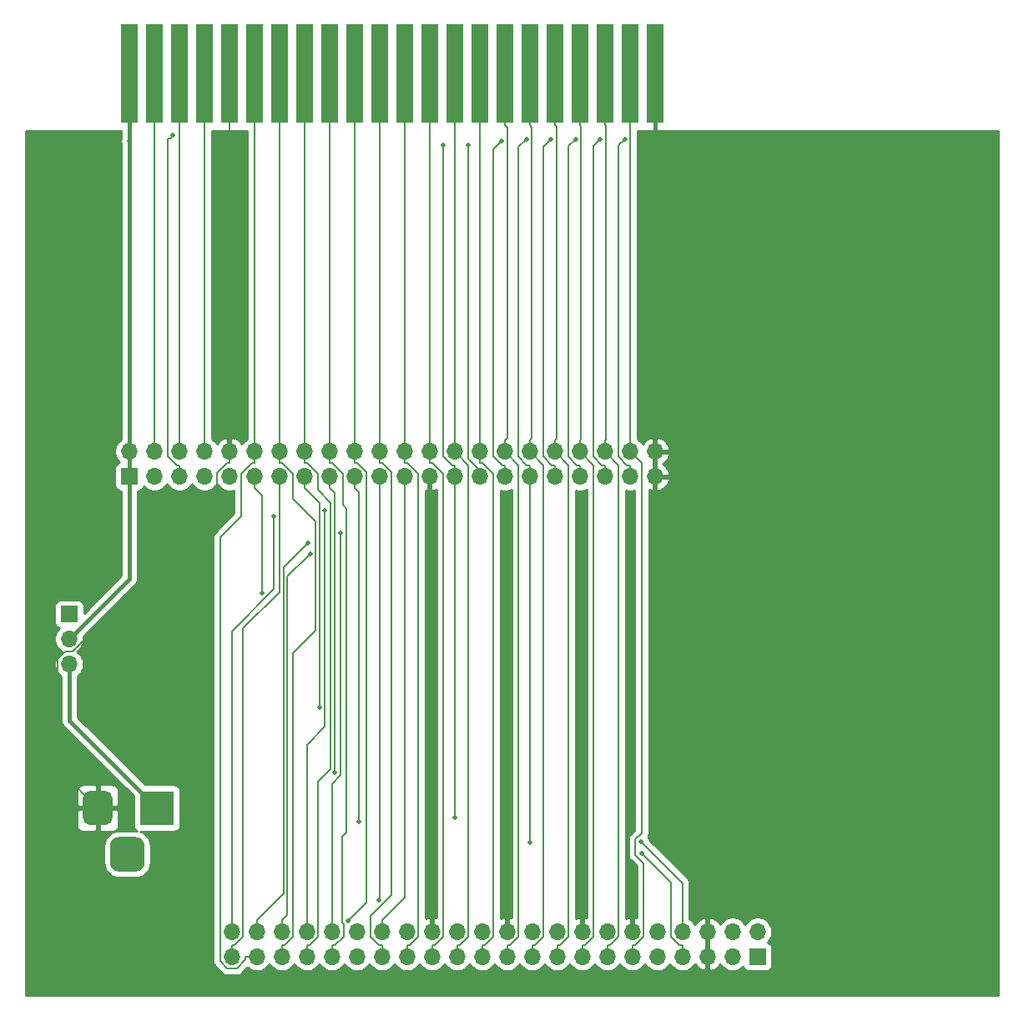
<source format=gtl>
G04 #@! TF.GenerationSoftware,KiCad,Pcbnew,(5.1.9)-1*
G04 #@! TF.CreationDate,2022-05-23T16:02:46+09:00*
G04 #@! TF.ProjectId,mz-2000,6d7a2d32-3030-4302-9e6b-696361645f70,rev?*
G04 #@! TF.SameCoordinates,PX2faf080PY93d1cc0*
G04 #@! TF.FileFunction,Copper,L1,Top*
G04 #@! TF.FilePolarity,Positive*
%FSLAX46Y46*%
G04 Gerber Fmt 4.6, Leading zero omitted, Abs format (unit mm)*
G04 Created by KiCad (PCBNEW (5.1.9)-1) date 2022-05-23 16:02:47*
%MOMM*%
%LPD*%
G01*
G04 APERTURE LIST*
G04 #@! TA.AperFunction,ConnectorPad*
%ADD10R,1.780000X10.000000*%
G04 #@! TD*
G04 #@! TA.AperFunction,ComponentPad*
%ADD11O,1.700000X1.700000*%
G04 #@! TD*
G04 #@! TA.AperFunction,ComponentPad*
%ADD12R,1.700000X1.700000*%
G04 #@! TD*
G04 #@! TA.AperFunction,ComponentPad*
%ADD13R,3.500000X3.500000*%
G04 #@! TD*
G04 #@! TA.AperFunction,ViaPad*
%ADD14C,0.500000*%
G04 #@! TD*
G04 #@! TA.AperFunction,Conductor*
%ADD15C,0.400000*%
G04 #@! TD*
G04 #@! TA.AperFunction,Conductor*
%ADD16C,0.200000*%
G04 #@! TD*
G04 #@! TA.AperFunction,Conductor*
%ADD17C,0.254000*%
G04 #@! TD*
G04 #@! TA.AperFunction,Conductor*
%ADD18C,0.100000*%
G04 #@! TD*
G04 APERTURE END LIST*
D10*
X11176000Y94270000D03*
X13716000Y94270000D03*
X16256000Y94270000D03*
X18796000Y94270000D03*
X21336000Y94270000D03*
X23876000Y94270000D03*
X26416000Y94270000D03*
X28956000Y94270000D03*
X31496000Y94270000D03*
X34036000Y94270000D03*
X36576000Y94270000D03*
X39116000Y94270000D03*
X41656000Y94270000D03*
X44196000Y94270000D03*
X46736000Y94270000D03*
X49276000Y94270000D03*
X51816000Y94270000D03*
X54356000Y94270000D03*
X56896000Y94270000D03*
X59436000Y94270000D03*
X61976000Y94270000D03*
X64516000Y94270000D03*
D11*
X64516000Y55880000D03*
X64516000Y53340000D03*
X61976000Y55880000D03*
X61976000Y53340000D03*
X59436000Y55880000D03*
X59436000Y53340000D03*
X56896000Y55880000D03*
X56896000Y53340000D03*
X54356000Y55880000D03*
X54356000Y53340000D03*
X51816000Y55880000D03*
X51816000Y53340000D03*
X49276000Y55880000D03*
X49276000Y53340000D03*
X46736000Y55880000D03*
X46736000Y53340000D03*
X44196000Y55880000D03*
X44196000Y53340000D03*
X41656000Y55880000D03*
X41656000Y53340000D03*
X39116000Y55880000D03*
X39116000Y53340000D03*
X36576000Y55880000D03*
X36576000Y53340000D03*
X34036000Y55880000D03*
X34036000Y53340000D03*
X31496000Y55880000D03*
X31496000Y53340000D03*
X28956000Y55880000D03*
X28956000Y53340000D03*
X26416000Y55880000D03*
X26416000Y53340000D03*
X23876000Y55880000D03*
X23876000Y53340000D03*
X21336000Y55880000D03*
X21336000Y53340000D03*
X18796000Y55880000D03*
X18796000Y53340000D03*
X16256000Y55880000D03*
X16256000Y53340000D03*
X13716000Y55880000D03*
X13716000Y53340000D03*
X11176000Y55880000D03*
D12*
X11176000Y53340000D03*
D13*
X13970000Y19685000D03*
G04 #@! TA.AperFunction,ComponentPad*
G36*
G01*
X6470000Y18685000D02*
X6470000Y20685000D01*
G75*
G02*
X7220000Y21435000I750000J0D01*
G01*
X8720000Y21435000D01*
G75*
G02*
X9470000Y20685000I0J-750000D01*
G01*
X9470000Y18685000D01*
G75*
G02*
X8720000Y17935000I-750000J0D01*
G01*
X7220000Y17935000D01*
G75*
G02*
X6470000Y18685000I0J750000D01*
G01*
G37*
G04 #@! TD.AperFunction*
G04 #@! TA.AperFunction,ComponentPad*
G36*
G01*
X9220000Y14110000D02*
X9220000Y15860000D01*
G75*
G02*
X10095000Y16735000I875000J0D01*
G01*
X11845000Y16735000D01*
G75*
G02*
X12720000Y15860000I0J-875000D01*
G01*
X12720000Y14110000D01*
G75*
G02*
X11845000Y13235000I-875000J0D01*
G01*
X10095000Y13235000D01*
G75*
G02*
X9220000Y14110000I0J875000D01*
G01*
G37*
G04 #@! TD.AperFunction*
D12*
X74910000Y4596000D03*
D11*
X74910000Y7136000D03*
X72370000Y4596000D03*
X72370000Y7136000D03*
X69830000Y4596000D03*
X69830000Y7136000D03*
X67290000Y4596000D03*
X67290000Y7136000D03*
X64750000Y4596000D03*
X64750000Y7136000D03*
X62210000Y4596000D03*
X62210000Y7136000D03*
X59670000Y4596000D03*
X59670000Y7136000D03*
X57130000Y4596000D03*
X57130000Y7136000D03*
X54590000Y4596000D03*
X54590000Y7136000D03*
X52050000Y4596000D03*
X52050000Y7136000D03*
X49510000Y4596000D03*
X49510000Y7136000D03*
X46970000Y4596000D03*
X46970000Y7136000D03*
X44430000Y4596000D03*
X44430000Y7136000D03*
X41890000Y4596000D03*
X41890000Y7136000D03*
X39350000Y4596000D03*
X39350000Y7136000D03*
X36810000Y4596000D03*
X36810000Y7136000D03*
X34270000Y4596000D03*
X34270000Y7136000D03*
X31730000Y4596000D03*
X31730000Y7136000D03*
X29190000Y4596000D03*
X29190000Y7136000D03*
X26650000Y4596000D03*
X26650000Y7136000D03*
X24110000Y4596000D03*
X24110000Y7136000D03*
X21570000Y4596000D03*
X21570000Y7136000D03*
D12*
X5080000Y39370000D03*
D11*
X5080000Y36830000D03*
X5080000Y34290000D03*
D14*
X11176000Y87376000D03*
X64516000Y87376000D03*
X33347400Y8217100D03*
X63179000Y15055100D03*
X15621000Y87947500D03*
X63082100Y16261000D03*
X24653000Y41515500D03*
X30468300Y29868000D03*
X34455400Y18260900D03*
X36472500Y10372900D03*
X44196000Y18680300D03*
X42988300Y86995000D03*
X45545700Y86995000D03*
X31034200Y49872600D03*
X48977500Y87400100D03*
X51470100Y87567400D03*
X51816000Y16140300D03*
X25849800Y49316100D03*
X53962700Y87579500D03*
X32625200Y47554900D03*
X56455300Y87579500D03*
X29278000Y46574800D03*
X58947900Y87579500D03*
X29517500Y45451400D03*
X61440500Y87579500D03*
X31988100Y23268200D03*
D15*
X11176000Y55880000D02*
X11176000Y87376000D01*
X11176000Y53340000D02*
X11176000Y55880000D01*
X11176000Y87376000D02*
X11176000Y94270000D01*
X5080000Y36830000D02*
X11176000Y42926000D01*
X11176000Y42926000D02*
X11176000Y53340000D01*
D16*
X21336000Y55880000D02*
X21336000Y54729700D01*
X21336000Y55880000D02*
X21336000Y88969700D01*
X7970000Y19685000D02*
X3864200Y23790800D01*
X3864200Y23790800D02*
X3864200Y34776100D01*
X3864200Y34776100D02*
X4648100Y35560000D01*
X4648100Y35560000D02*
X5440300Y35560000D01*
X5440300Y35560000D02*
X20066000Y50185700D01*
X20066000Y50185700D02*
X20066000Y53698100D01*
X20066000Y53698100D02*
X21097600Y54729700D01*
X21097600Y54729700D02*
X21336000Y54729700D01*
X21336000Y94270000D02*
X21336000Y88969700D01*
X69830000Y7136000D02*
X69830000Y4596000D01*
D15*
X64516000Y87376000D02*
X64516000Y87249000D01*
X64516000Y94270000D02*
X64516000Y87376000D01*
D16*
X13716000Y55880000D02*
X13716000Y94270000D01*
X16256000Y55880000D02*
X16256000Y94270000D01*
X18796000Y55880000D02*
X18796000Y94270000D01*
X23876000Y55880000D02*
X23876000Y54729700D01*
X24110000Y4596000D02*
X22959700Y4596000D01*
X22959700Y4596000D02*
X22959700Y4308400D01*
X22959700Y4308400D02*
X22081400Y3430100D01*
X22081400Y3430100D02*
X21105000Y3430100D01*
X21105000Y3430100D02*
X20391500Y4143600D01*
X20391500Y4143600D02*
X20391500Y47164600D01*
X20391500Y47164600D02*
X22526400Y49299500D01*
X22526400Y49299500D02*
X22526400Y53618500D01*
X22526400Y53618500D02*
X23637600Y54729700D01*
X23637600Y54729700D02*
X23876000Y54729700D01*
X23876000Y94270000D02*
X23876000Y55880000D01*
X26416000Y55880000D02*
X26416000Y54729700D01*
X26650000Y4596000D02*
X26650000Y5746300D01*
X26650000Y5746300D02*
X26937700Y5746300D01*
X26937700Y5746300D02*
X27800300Y6608900D01*
X27800300Y6608900D02*
X27800300Y35437800D01*
X27800300Y35437800D02*
X30067900Y37705400D01*
X30067900Y37705400D02*
X30067900Y48743800D01*
X30067900Y48743800D02*
X27765600Y51046100D01*
X27765600Y51046100D02*
X27765600Y53618400D01*
X27765600Y53618400D02*
X26654300Y54729700D01*
X26654300Y54729700D02*
X26416000Y54729700D01*
X26416000Y55880000D02*
X26416000Y88969700D01*
X26416000Y94270000D02*
X26416000Y88969700D01*
X28956000Y55880000D02*
X28956000Y54729700D01*
X29190000Y4596000D02*
X29190000Y5746300D01*
X29190000Y5746300D02*
X29477700Y5746300D01*
X29477700Y5746300D02*
X30340300Y6608900D01*
X30340300Y6608900D02*
X30340300Y22398800D01*
X30340300Y22398800D02*
X31587700Y23646200D01*
X31587700Y23646200D02*
X31587700Y50672500D01*
X31587700Y50672500D02*
X30305600Y51954600D01*
X30305600Y51954600D02*
X30305600Y53618400D01*
X30305600Y53618400D02*
X29194300Y54729700D01*
X29194300Y54729700D02*
X28956000Y54729700D01*
X28956000Y94270000D02*
X28956000Y55880000D01*
X31730000Y5746300D02*
X32017600Y5746300D01*
X32017600Y5746300D02*
X32918000Y6646700D01*
X32918000Y6646700D02*
X32918000Y7866600D01*
X32918000Y7866600D02*
X32739200Y8045400D01*
X32739200Y8045400D02*
X32739200Y16757000D01*
X32739200Y16757000D02*
X33203000Y17220800D01*
X33203000Y17220800D02*
X33203000Y50078400D01*
X33203000Y50078400D02*
X32845600Y50435800D01*
X32845600Y50435800D02*
X32845600Y53618400D01*
X32845600Y53618400D02*
X31734300Y54729700D01*
X31734300Y54729700D02*
X31496000Y54729700D01*
X31496000Y55880000D02*
X31496000Y54729700D01*
X31730000Y4596000D02*
X31730000Y5746300D01*
X31496000Y55880000D02*
X31496000Y88969700D01*
X31496000Y94270000D02*
X31496000Y88969700D01*
X34036000Y55880000D02*
X34036000Y54729700D01*
X33347400Y8217100D02*
X35213300Y10083000D01*
X35213300Y10083000D02*
X35213300Y53790700D01*
X35213300Y53790700D02*
X34274300Y54729700D01*
X34274300Y54729700D02*
X34036000Y54729700D01*
X34036000Y94270000D02*
X34036000Y55880000D01*
X36810000Y5746300D02*
X36522400Y5746300D01*
X36522400Y5746300D02*
X35620900Y6647800D01*
X35620900Y6647800D02*
X35620900Y8707200D01*
X35620900Y8707200D02*
X37756900Y10843200D01*
X37756900Y10843200D02*
X37756900Y53787100D01*
X37756900Y53787100D02*
X36814300Y54729700D01*
X36814300Y54729700D02*
X36576000Y54729700D01*
X36576000Y55880000D02*
X36576000Y54729700D01*
X36810000Y4596000D02*
X36810000Y5746300D01*
X36576000Y88969700D02*
X36576000Y55880000D01*
X36576000Y94270000D02*
X36576000Y88969700D01*
X39116000Y55880000D02*
X39116000Y54729700D01*
X39350000Y4596000D02*
X39350000Y5746300D01*
X39350000Y5746300D02*
X39637600Y5746300D01*
X39637600Y5746300D02*
X40505600Y6614300D01*
X40505600Y6614300D02*
X40505600Y53578400D01*
X40505600Y53578400D02*
X39354300Y54729700D01*
X39354300Y54729700D02*
X39116000Y54729700D01*
X39116000Y94270000D02*
X39116000Y55880000D01*
X41656000Y55880000D02*
X41656000Y54729700D01*
X41890000Y4596000D02*
X41890000Y5746300D01*
X41890000Y5746300D02*
X42177600Y5746300D01*
X42177600Y5746300D02*
X43045600Y6614300D01*
X43045600Y6614300D02*
X43045600Y53578400D01*
X43045600Y53578400D02*
X41894300Y54729700D01*
X41894300Y54729700D02*
X41656000Y54729700D01*
X41656000Y55880000D02*
X41656000Y94270000D01*
X44196000Y55880000D02*
X44196000Y88969700D01*
X44430000Y5746300D02*
X44717600Y5746300D01*
X44717600Y5746300D02*
X45585600Y6614300D01*
X45585600Y6614300D02*
X45585600Y54490400D01*
X45585600Y54490400D02*
X44196000Y55880000D01*
X44196000Y94270000D02*
X44196000Y88969700D01*
X44430000Y4596000D02*
X44430000Y5746300D01*
X46736000Y55880000D02*
X46736000Y88969700D01*
X46736000Y55880000D02*
X46736000Y54729700D01*
X46970000Y5746300D02*
X47257600Y5746300D01*
X47257600Y5746300D02*
X48125600Y6614300D01*
X48125600Y6614300D02*
X48125600Y53578400D01*
X48125600Y53578400D02*
X46974300Y54729700D01*
X46974300Y54729700D02*
X46736000Y54729700D01*
X46736000Y94270000D02*
X46736000Y88969700D01*
X46970000Y4596000D02*
X46970000Y5746300D01*
X49276000Y55880000D02*
X49276000Y57030300D01*
X49276000Y57030300D02*
X49527800Y57282100D01*
X49527800Y57282100D02*
X49527800Y88717900D01*
X49527800Y88717900D02*
X49276000Y88969700D01*
X49510000Y5746300D02*
X49797600Y5746300D01*
X49797600Y5746300D02*
X50665600Y6614300D01*
X50665600Y6614300D02*
X50665600Y54490400D01*
X50665600Y54490400D02*
X49276000Y55880000D01*
X49276000Y94270000D02*
X49276000Y88969700D01*
X49510000Y4596000D02*
X49510000Y5746300D01*
X51816000Y55880000D02*
X51816000Y57030300D01*
X51816000Y57030300D02*
X52020400Y57234700D01*
X52020400Y57234700D02*
X52020400Y88765300D01*
X52020400Y88765300D02*
X51816000Y88969700D01*
X52050000Y5746300D02*
X52337600Y5746300D01*
X52337600Y5746300D02*
X53205600Y6614300D01*
X53205600Y6614300D02*
X53205600Y54490400D01*
X53205600Y54490400D02*
X51816000Y55880000D01*
X51816000Y94270000D02*
X51816000Y88969700D01*
X52050000Y4596000D02*
X52050000Y5746300D01*
X54356000Y94270000D02*
X54356000Y88969700D01*
X54356000Y55880000D02*
X54356000Y57030300D01*
X54356000Y57030300D02*
X54513000Y57187300D01*
X54513000Y57187300D02*
X54513000Y88812700D01*
X54513000Y88812700D02*
X54356000Y88969700D01*
X54590000Y4596000D02*
X54590000Y5746300D01*
X54590000Y5746300D02*
X54877600Y5746300D01*
X54877600Y5746300D02*
X55745600Y6614300D01*
X55745600Y6614300D02*
X55745600Y54490400D01*
X55745600Y54490400D02*
X54356000Y55880000D01*
X56896000Y94270000D02*
X56896000Y88969700D01*
X56896000Y55880000D02*
X56896000Y57030300D01*
X56896000Y57030300D02*
X57005600Y57139900D01*
X57005600Y57139900D02*
X57005600Y88860100D01*
X57005600Y88860100D02*
X56896000Y88969700D01*
X57130000Y4596000D02*
X57130000Y5746300D01*
X57130000Y5746300D02*
X57417600Y5746300D01*
X57417600Y5746300D02*
X58285600Y6614300D01*
X58285600Y6614300D02*
X58285600Y54490400D01*
X58285600Y54490400D02*
X56896000Y55880000D01*
X59670000Y4596000D02*
X59670000Y5746300D01*
X59670000Y5746300D02*
X59957600Y5746300D01*
X59957600Y5746300D02*
X60825600Y6614300D01*
X60825600Y6614300D02*
X60825600Y54490400D01*
X60825600Y54490400D02*
X59436000Y55880000D01*
X59436000Y94270000D02*
X59436000Y88969700D01*
X59436000Y55880000D02*
X59436000Y57030300D01*
X59436000Y57030300D02*
X59498200Y57092500D01*
X59498200Y57092500D02*
X59498200Y88907500D01*
X59498200Y88907500D02*
X59436000Y88969700D01*
X61976000Y55880000D02*
X63152700Y54703300D01*
X63152700Y54703300D02*
X63152700Y17109800D01*
X63152700Y17109800D02*
X62531800Y16488900D01*
X62531800Y16488900D02*
X62531800Y14924100D01*
X62531800Y14924100D02*
X63365600Y14090300D01*
X63365600Y14090300D02*
X63365600Y6614300D01*
X63365600Y6614300D02*
X62497600Y5746300D01*
X62497600Y5746300D02*
X62210000Y5746300D01*
X61976000Y55880000D02*
X61976000Y57030300D01*
X61976000Y57030300D02*
X61990800Y57045100D01*
X61990800Y57045100D02*
X61990800Y88954900D01*
X61990800Y88954900D02*
X61976000Y88969700D01*
X61976000Y94270000D02*
X61976000Y88969700D01*
X62210000Y4596000D02*
X62210000Y5746300D01*
X67290000Y4596000D02*
X67290000Y5746300D01*
X67290000Y5746300D02*
X67002300Y5746300D01*
X67002300Y5746300D02*
X66139700Y6608900D01*
X66139700Y6608900D02*
X66139700Y12094400D01*
X66139700Y12094400D02*
X63179000Y15055100D01*
X15088600Y55370100D02*
X15088600Y87630000D01*
X15968400Y54490300D02*
X15088600Y55370100D01*
X16256000Y54490300D02*
X15968400Y54490300D01*
X16256000Y53340000D02*
X16256000Y54490300D01*
X15088600Y87630000D02*
X15303500Y87630000D01*
X15303500Y87630000D02*
X15621000Y87947500D01*
X15621000Y87947500D02*
X15621000Y87947500D01*
X67290000Y7136000D02*
X67290000Y12053100D01*
X67290000Y12053100D02*
X63082100Y16261000D01*
X23876000Y53340000D02*
X23876000Y52189700D01*
X24653000Y41515500D02*
X24653000Y51412700D01*
X24653000Y51412700D02*
X23876000Y52189700D01*
X21570000Y5746300D02*
X21857700Y5746300D01*
X21857700Y5746300D02*
X22720300Y6608900D01*
X22720300Y6608900D02*
X22720300Y37901400D01*
X22720300Y37901400D02*
X26416000Y41597100D01*
X26416000Y41597100D02*
X26416000Y52189700D01*
X26416000Y53340000D02*
X26416000Y52189700D01*
X21570000Y4596000D02*
X21570000Y5746300D01*
X30468300Y29868000D02*
X30468300Y50677400D01*
X30468300Y50677400D02*
X28956000Y52189700D01*
X28956000Y53340000D02*
X28956000Y52189700D01*
X34455400Y18260900D02*
X34455400Y51770300D01*
X34455400Y51770300D02*
X34036000Y52189700D01*
X34036000Y53340000D02*
X34036000Y52189700D01*
X36472500Y10372900D02*
X36576000Y10476400D01*
X36576000Y10476400D02*
X36576000Y53340000D01*
X36810000Y7136000D02*
X36810000Y8286300D01*
X36810000Y8286300D02*
X39116000Y10592300D01*
X39116000Y10592300D02*
X39116000Y52189700D01*
X39116000Y53340000D02*
X39116000Y52189700D01*
X44196000Y18680300D02*
X44196000Y53340000D01*
X42988300Y55410400D02*
X42988300Y86995000D01*
X43908400Y54490300D02*
X42988300Y55410400D01*
X44196000Y54490300D02*
X43908400Y54490300D01*
X44196000Y53340000D02*
X44196000Y54490300D01*
X42988300Y86995000D02*
X42988300Y86995000D01*
X45545700Y55096600D02*
X45545700Y86995000D01*
X46736000Y53906300D02*
X45545700Y55096600D01*
X46736000Y53340000D02*
X46736000Y53906300D01*
X45545700Y86995000D02*
X45545700Y86995000D01*
X29190000Y8286300D02*
X29190000Y26099000D01*
X29190000Y26099000D02*
X31034200Y27943200D01*
X31034200Y27943200D02*
X31034200Y49872600D01*
X29190000Y7136000D02*
X29190000Y8286300D01*
X49276000Y53340000D02*
X49276000Y54490300D01*
X49276000Y54490300D02*
X48988400Y54490300D01*
X48988400Y54490300D02*
X48123600Y55355100D01*
X48123600Y55355100D02*
X48123600Y86546200D01*
X48123600Y86546200D02*
X48977500Y87400100D01*
X51816000Y53340000D02*
X51816000Y54490300D01*
X51816000Y54490300D02*
X51524000Y54490300D01*
X51524000Y54490300D02*
X50661500Y55352800D01*
X50661500Y55352800D02*
X50661500Y86758800D01*
X50661500Y86758800D02*
X51470100Y87567400D01*
X51816000Y16140300D02*
X51816000Y53340000D01*
X21570000Y7136000D02*
X21570000Y37600200D01*
X21570000Y37600200D02*
X25849800Y41880000D01*
X25849800Y41880000D02*
X25849800Y49316100D01*
X54356000Y53340000D02*
X54356000Y54490300D01*
X54356000Y54490300D02*
X54064000Y54490300D01*
X54064000Y54490300D02*
X53195600Y55358700D01*
X53195600Y55358700D02*
X53195600Y86812400D01*
X53195600Y86812400D02*
X53962700Y87579500D01*
X31730000Y7136000D02*
X31730000Y22116200D01*
X31730000Y22116200D02*
X32625200Y23011400D01*
X32625200Y23011400D02*
X32625200Y47554900D01*
X56896000Y53340000D02*
X56896000Y54490300D01*
X56896000Y54490300D02*
X56604000Y54490300D01*
X56604000Y54490300D02*
X55729700Y55364600D01*
X55729700Y55364600D02*
X55729700Y86853900D01*
X55729700Y86853900D02*
X56455300Y87579500D01*
X24110000Y8286300D02*
X26816400Y10992700D01*
X26816400Y10992700D02*
X26816400Y44113200D01*
X26816400Y44113200D02*
X29278000Y46574800D01*
X24110000Y7136000D02*
X24110000Y8286300D01*
X59436000Y53340000D02*
X59436000Y54490300D01*
X59436000Y54490300D02*
X59144000Y54490300D01*
X59144000Y54490300D02*
X58263700Y55370600D01*
X58263700Y55370600D02*
X58263700Y86895300D01*
X58263700Y86895300D02*
X58947900Y87579500D01*
X26650000Y8286300D02*
X27216800Y8853100D01*
X27216800Y8853100D02*
X27216800Y43150700D01*
X27216800Y43150700D02*
X29517500Y45451400D01*
X26650000Y7136000D02*
X26650000Y8286300D01*
X61976000Y53340000D02*
X61976000Y54490300D01*
X61976000Y54490300D02*
X61684000Y54490300D01*
X61684000Y54490300D02*
X60797800Y55376500D01*
X60797800Y55376500D02*
X60797800Y86936800D01*
X60797800Y86936800D02*
X61440500Y87579500D01*
X31988100Y23268200D02*
X31988100Y51697600D01*
X31988100Y51697600D02*
X31496000Y52189700D01*
X31496000Y53340000D02*
X31496000Y52189700D01*
D15*
X5080000Y34290000D02*
X5080000Y28575000D01*
X5080000Y28575000D02*
X13970000Y19685000D01*
D17*
X10341000Y87672749D02*
X10325010Y87634145D01*
X10291000Y87463165D01*
X10291000Y87288835D01*
X10325010Y87117855D01*
X10341001Y87079249D01*
X10341000Y57108065D01*
X10229368Y57033475D01*
X10022525Y56826632D01*
X9860010Y56583411D01*
X9748068Y56313158D01*
X9691000Y56026260D01*
X9691000Y55733740D01*
X9748068Y55446842D01*
X9860010Y55176589D01*
X10022525Y54933368D01*
X10154380Y54801513D01*
X10081820Y54779502D01*
X9971506Y54720537D01*
X9874815Y54641185D01*
X9795463Y54544494D01*
X9736498Y54434180D01*
X9700188Y54314482D01*
X9687928Y54190000D01*
X9687928Y52490000D01*
X9700188Y52365518D01*
X9736498Y52245820D01*
X9795463Y52135506D01*
X9874815Y52038815D01*
X9971506Y51959463D01*
X10081820Y51900498D01*
X10201518Y51864188D01*
X10326000Y51851928D01*
X10341001Y51851928D01*
X10341000Y43271869D01*
X6568072Y39498940D01*
X6568072Y40220000D01*
X6555812Y40344482D01*
X6519502Y40464180D01*
X6460537Y40574494D01*
X6381185Y40671185D01*
X6284494Y40750537D01*
X6174180Y40809502D01*
X6054482Y40845812D01*
X5930000Y40858072D01*
X4230000Y40858072D01*
X4105518Y40845812D01*
X3985820Y40809502D01*
X3875506Y40750537D01*
X3778815Y40671185D01*
X3699463Y40574494D01*
X3640498Y40464180D01*
X3604188Y40344482D01*
X3591928Y40220000D01*
X3591928Y38520000D01*
X3604188Y38395518D01*
X3640498Y38275820D01*
X3699463Y38165506D01*
X3778815Y38068815D01*
X3875506Y37989463D01*
X3985820Y37930498D01*
X4058380Y37908487D01*
X3926525Y37776632D01*
X3764010Y37533411D01*
X3652068Y37263158D01*
X3595000Y36976260D01*
X3595000Y36683740D01*
X3652068Y36396842D01*
X3764010Y36126589D01*
X3926525Y35883368D01*
X4133368Y35676525D01*
X4307760Y35560000D01*
X4133368Y35443475D01*
X3926525Y35236632D01*
X3764010Y34993411D01*
X3652068Y34723158D01*
X3595000Y34436260D01*
X3595000Y34143740D01*
X3652068Y33856842D01*
X3764010Y33586589D01*
X3926525Y33343368D01*
X4133368Y33136525D01*
X4245000Y33061935D01*
X4245001Y28616028D01*
X4240960Y28575000D01*
X4257082Y28411312D01*
X4304828Y28253914D01*
X4304829Y28253913D01*
X4382365Y28108854D01*
X4486710Y27981709D01*
X4518574Y27955559D01*
X11581928Y20892203D01*
X11581928Y17935000D01*
X11594188Y17810518D01*
X11630498Y17690820D01*
X11689463Y17580506D01*
X11768815Y17483815D01*
X11865506Y17404463D01*
X11942131Y17363506D01*
X11845000Y17373072D01*
X10095000Y17373072D01*
X9799814Y17343999D01*
X9515972Y17257896D01*
X9254382Y17118073D01*
X9025097Y16929903D01*
X8836927Y16700618D01*
X8697104Y16439028D01*
X8611001Y16155186D01*
X8581928Y15860000D01*
X8581928Y14110000D01*
X8611001Y13814814D01*
X8697104Y13530972D01*
X8836927Y13269382D01*
X9025097Y13040097D01*
X9254382Y12851927D01*
X9515972Y12712104D01*
X9799814Y12626001D01*
X10095000Y12596928D01*
X11845000Y12596928D01*
X12140186Y12626001D01*
X12424028Y12712104D01*
X12685618Y12851927D01*
X12914903Y13040097D01*
X13103073Y13269382D01*
X13242896Y13530972D01*
X13328999Y13814814D01*
X13358072Y14110000D01*
X13358072Y15860000D01*
X13328999Y16155186D01*
X13242896Y16439028D01*
X13103073Y16700618D01*
X12914903Y16929903D01*
X12685618Y17118073D01*
X12424028Y17257896D01*
X12295357Y17296928D01*
X15720000Y17296928D01*
X15844482Y17309188D01*
X15964180Y17345498D01*
X16074494Y17404463D01*
X16171185Y17483815D01*
X16250537Y17580506D01*
X16309502Y17690820D01*
X16345812Y17810518D01*
X16358072Y17935000D01*
X16358072Y21435000D01*
X16345812Y21559482D01*
X16309502Y21679180D01*
X16250537Y21789494D01*
X16171185Y21886185D01*
X16074494Y21965537D01*
X15964180Y22024502D01*
X15844482Y22060812D01*
X15720000Y22073072D01*
X12762797Y22073072D01*
X5915000Y28920867D01*
X5915000Y33061935D01*
X6026632Y33136525D01*
X6233475Y33343368D01*
X6395990Y33586589D01*
X6507932Y33856842D01*
X6565000Y34143740D01*
X6565000Y34436260D01*
X6507932Y34723158D01*
X6395990Y34993411D01*
X6233475Y35236632D01*
X6026632Y35443475D01*
X5852240Y35560000D01*
X6026632Y35676525D01*
X6233475Y35883368D01*
X6395990Y36126589D01*
X6507932Y36396842D01*
X6565000Y36683740D01*
X6565000Y36976260D01*
X6538807Y37107940D01*
X11737433Y42306564D01*
X11769291Y42332709D01*
X11797015Y42366490D01*
X11873636Y42459854D01*
X11951172Y42604913D01*
X11998918Y42762311D01*
X12015040Y42926000D01*
X12011000Y42967018D01*
X12011000Y51851928D01*
X12026000Y51851928D01*
X12150482Y51864188D01*
X12270180Y51900498D01*
X12380494Y51959463D01*
X12477185Y52038815D01*
X12556537Y52135506D01*
X12615502Y52245820D01*
X12637513Y52318380D01*
X12769368Y52186525D01*
X13012589Y52024010D01*
X13282842Y51912068D01*
X13569740Y51855000D01*
X13862260Y51855000D01*
X14149158Y51912068D01*
X14419411Y52024010D01*
X14662632Y52186525D01*
X14869475Y52393368D01*
X14986000Y52567760D01*
X15102525Y52393368D01*
X15309368Y52186525D01*
X15552589Y52024010D01*
X15822842Y51912068D01*
X16109740Y51855000D01*
X16402260Y51855000D01*
X16689158Y51912068D01*
X16959411Y52024010D01*
X17202632Y52186525D01*
X17409475Y52393368D01*
X17526000Y52567760D01*
X17642525Y52393368D01*
X17849368Y52186525D01*
X18092589Y52024010D01*
X18362842Y51912068D01*
X18649740Y51855000D01*
X18942260Y51855000D01*
X19229158Y51912068D01*
X19499411Y52024010D01*
X19742632Y52186525D01*
X19949475Y52393368D01*
X20066000Y52567760D01*
X20182525Y52393368D01*
X20389368Y52186525D01*
X20632589Y52024010D01*
X20902842Y51912068D01*
X21189740Y51855000D01*
X21482260Y51855000D01*
X21769158Y51912068D01*
X21791401Y51921281D01*
X21791400Y49603947D01*
X19897308Y47709854D01*
X19869263Y47686838D01*
X19777414Y47574920D01*
X19720123Y47467735D01*
X19709164Y47447233D01*
X19667135Y47308685D01*
X19652944Y47164600D01*
X19656501Y47128485D01*
X19656500Y4179705D01*
X19652944Y4143600D01*
X19664550Y4025766D01*
X19667135Y3999516D01*
X19709163Y3860968D01*
X19777413Y3733281D01*
X19869262Y3621363D01*
X19897308Y3598346D01*
X20559746Y2935907D01*
X20582762Y2907862D01*
X20694680Y2816013D01*
X20822367Y2747763D01*
X20960915Y2705735D01*
X21068895Y2695100D01*
X21068904Y2695100D01*
X21104999Y2691545D01*
X21141094Y2695100D01*
X22045295Y2695100D01*
X22081400Y2691544D01*
X22117505Y2695100D01*
X22225485Y2705735D01*
X22364033Y2747763D01*
X22491720Y2816013D01*
X22603638Y2907862D01*
X22626658Y2935912D01*
X23148320Y3457573D01*
X23163368Y3442525D01*
X23406589Y3280010D01*
X23676842Y3168068D01*
X23963740Y3111000D01*
X24256260Y3111000D01*
X24543158Y3168068D01*
X24813411Y3280010D01*
X25056632Y3442525D01*
X25263475Y3649368D01*
X25380000Y3823760D01*
X25496525Y3649368D01*
X25703368Y3442525D01*
X25946589Y3280010D01*
X26216842Y3168068D01*
X26503740Y3111000D01*
X26796260Y3111000D01*
X27083158Y3168068D01*
X27353411Y3280010D01*
X27596632Y3442525D01*
X27803475Y3649368D01*
X27920000Y3823760D01*
X28036525Y3649368D01*
X28243368Y3442525D01*
X28486589Y3280010D01*
X28756842Y3168068D01*
X29043740Y3111000D01*
X29336260Y3111000D01*
X29623158Y3168068D01*
X29893411Y3280010D01*
X30136632Y3442525D01*
X30343475Y3649368D01*
X30460000Y3823760D01*
X30576525Y3649368D01*
X30783368Y3442525D01*
X31026589Y3280010D01*
X31296842Y3168068D01*
X31583740Y3111000D01*
X31876260Y3111000D01*
X32163158Y3168068D01*
X32433411Y3280010D01*
X32676632Y3442525D01*
X32883475Y3649368D01*
X33000000Y3823760D01*
X33116525Y3649368D01*
X33323368Y3442525D01*
X33566589Y3280010D01*
X33836842Y3168068D01*
X34123740Y3111000D01*
X34416260Y3111000D01*
X34703158Y3168068D01*
X34973411Y3280010D01*
X35216632Y3442525D01*
X35423475Y3649368D01*
X35540000Y3823760D01*
X35656525Y3649368D01*
X35863368Y3442525D01*
X36106589Y3280010D01*
X36376842Y3168068D01*
X36663740Y3111000D01*
X36956260Y3111000D01*
X37243158Y3168068D01*
X37513411Y3280010D01*
X37756632Y3442525D01*
X37963475Y3649368D01*
X38080000Y3823760D01*
X38196525Y3649368D01*
X38403368Y3442525D01*
X38646589Y3280010D01*
X38916842Y3168068D01*
X39203740Y3111000D01*
X39496260Y3111000D01*
X39783158Y3168068D01*
X40053411Y3280010D01*
X40296632Y3442525D01*
X40503475Y3649368D01*
X40620000Y3823760D01*
X40736525Y3649368D01*
X40943368Y3442525D01*
X41186589Y3280010D01*
X41456842Y3168068D01*
X41743740Y3111000D01*
X42036260Y3111000D01*
X42323158Y3168068D01*
X42593411Y3280010D01*
X42836632Y3442525D01*
X43043475Y3649368D01*
X43160000Y3823760D01*
X43276525Y3649368D01*
X43483368Y3442525D01*
X43726589Y3280010D01*
X43996842Y3168068D01*
X44283740Y3111000D01*
X44576260Y3111000D01*
X44863158Y3168068D01*
X45133411Y3280010D01*
X45376632Y3442525D01*
X45583475Y3649368D01*
X45700000Y3823760D01*
X45816525Y3649368D01*
X46023368Y3442525D01*
X46266589Y3280010D01*
X46536842Y3168068D01*
X46823740Y3111000D01*
X47116260Y3111000D01*
X47403158Y3168068D01*
X47673411Y3280010D01*
X47916632Y3442525D01*
X48123475Y3649368D01*
X48240000Y3823760D01*
X48356525Y3649368D01*
X48563368Y3442525D01*
X48806589Y3280010D01*
X49076842Y3168068D01*
X49363740Y3111000D01*
X49656260Y3111000D01*
X49943158Y3168068D01*
X50213411Y3280010D01*
X50456632Y3442525D01*
X50663475Y3649368D01*
X50780000Y3823760D01*
X50896525Y3649368D01*
X51103368Y3442525D01*
X51346589Y3280010D01*
X51616842Y3168068D01*
X51903740Y3111000D01*
X52196260Y3111000D01*
X52483158Y3168068D01*
X52753411Y3280010D01*
X52996632Y3442525D01*
X53203475Y3649368D01*
X53320000Y3823760D01*
X53436525Y3649368D01*
X53643368Y3442525D01*
X53886589Y3280010D01*
X54156842Y3168068D01*
X54443740Y3111000D01*
X54736260Y3111000D01*
X55023158Y3168068D01*
X55293411Y3280010D01*
X55536632Y3442525D01*
X55743475Y3649368D01*
X55860000Y3823760D01*
X55976525Y3649368D01*
X56183368Y3442525D01*
X56426589Y3280010D01*
X56696842Y3168068D01*
X56983740Y3111000D01*
X57276260Y3111000D01*
X57563158Y3168068D01*
X57833411Y3280010D01*
X58076632Y3442525D01*
X58283475Y3649368D01*
X58400000Y3823760D01*
X58516525Y3649368D01*
X58723368Y3442525D01*
X58966589Y3280010D01*
X59236842Y3168068D01*
X59523740Y3111000D01*
X59816260Y3111000D01*
X60103158Y3168068D01*
X60373411Y3280010D01*
X60616632Y3442525D01*
X60823475Y3649368D01*
X60940000Y3823760D01*
X61056525Y3649368D01*
X61263368Y3442525D01*
X61506589Y3280010D01*
X61776842Y3168068D01*
X62063740Y3111000D01*
X62356260Y3111000D01*
X62643158Y3168068D01*
X62913411Y3280010D01*
X63156632Y3442525D01*
X63363475Y3649368D01*
X63480000Y3823760D01*
X63596525Y3649368D01*
X63803368Y3442525D01*
X64046589Y3280010D01*
X64316842Y3168068D01*
X64603740Y3111000D01*
X64896260Y3111000D01*
X65183158Y3168068D01*
X65453411Y3280010D01*
X65696632Y3442525D01*
X65903475Y3649368D01*
X66020000Y3823760D01*
X66136525Y3649368D01*
X66343368Y3442525D01*
X66586589Y3280010D01*
X66856842Y3168068D01*
X67143740Y3111000D01*
X67436260Y3111000D01*
X67723158Y3168068D01*
X67993411Y3280010D01*
X68236632Y3442525D01*
X68443475Y3649368D01*
X68565195Y3831534D01*
X68634822Y3714645D01*
X68829731Y3498412D01*
X69063080Y3324359D01*
X69325901Y3199175D01*
X69473110Y3154524D01*
X69703000Y3275845D01*
X69703000Y4469000D01*
X69683000Y4469000D01*
X69683000Y4723000D01*
X69703000Y4723000D01*
X69703000Y7009000D01*
X69683000Y7009000D01*
X69683000Y7263000D01*
X69703000Y7263000D01*
X69703000Y8456155D01*
X69957000Y8456155D01*
X69957000Y7263000D01*
X69977000Y7263000D01*
X69977000Y7009000D01*
X69957000Y7009000D01*
X69957000Y4723000D01*
X69977000Y4723000D01*
X69977000Y4469000D01*
X69957000Y4469000D01*
X69957000Y3275845D01*
X70186890Y3154524D01*
X70334099Y3199175D01*
X70596920Y3324359D01*
X70830269Y3498412D01*
X71025178Y3714645D01*
X71094805Y3831534D01*
X71216525Y3649368D01*
X71423368Y3442525D01*
X71666589Y3280010D01*
X71936842Y3168068D01*
X72223740Y3111000D01*
X72516260Y3111000D01*
X72803158Y3168068D01*
X73073411Y3280010D01*
X73316632Y3442525D01*
X73448487Y3574380D01*
X73470498Y3501820D01*
X73529463Y3391506D01*
X73608815Y3294815D01*
X73705506Y3215463D01*
X73815820Y3156498D01*
X73935518Y3120188D01*
X74060000Y3107928D01*
X75760000Y3107928D01*
X75884482Y3120188D01*
X76004180Y3156498D01*
X76114494Y3215463D01*
X76211185Y3294815D01*
X76290537Y3391506D01*
X76349502Y3501820D01*
X76385812Y3621518D01*
X76398072Y3746000D01*
X76398072Y5446000D01*
X76385812Y5570482D01*
X76349502Y5690180D01*
X76290537Y5800494D01*
X76211185Y5897185D01*
X76114494Y5976537D01*
X76004180Y6035502D01*
X75931620Y6057513D01*
X76063475Y6189368D01*
X76225990Y6432589D01*
X76337932Y6702842D01*
X76395000Y6989740D01*
X76395000Y7282260D01*
X76337932Y7569158D01*
X76225990Y7839411D01*
X76063475Y8082632D01*
X75856632Y8289475D01*
X75613411Y8451990D01*
X75343158Y8563932D01*
X75056260Y8621000D01*
X74763740Y8621000D01*
X74476842Y8563932D01*
X74206589Y8451990D01*
X73963368Y8289475D01*
X73756525Y8082632D01*
X73640000Y7908240D01*
X73523475Y8082632D01*
X73316632Y8289475D01*
X73073411Y8451990D01*
X72803158Y8563932D01*
X72516260Y8621000D01*
X72223740Y8621000D01*
X71936842Y8563932D01*
X71666589Y8451990D01*
X71423368Y8289475D01*
X71216525Y8082632D01*
X71094805Y7900466D01*
X71025178Y8017355D01*
X70830269Y8233588D01*
X70596920Y8407641D01*
X70334099Y8532825D01*
X70186890Y8577476D01*
X69957000Y8456155D01*
X69703000Y8456155D01*
X69473110Y8577476D01*
X69325901Y8532825D01*
X69063080Y8407641D01*
X68829731Y8233588D01*
X68634822Y8017355D01*
X68565195Y7900466D01*
X68443475Y8082632D01*
X68236632Y8289475D01*
X68025000Y8430883D01*
X68025000Y12017006D01*
X68028555Y12053101D01*
X68025000Y12089196D01*
X68025000Y12089205D01*
X68014365Y12197185D01*
X67972337Y12335733D01*
X67904087Y12463420D01*
X67812238Y12575338D01*
X67784193Y12598354D01*
X63950394Y16432152D01*
X63933090Y16519145D01*
X63866377Y16680205D01*
X63805324Y16771577D01*
X63835037Y16827167D01*
X63877065Y16965715D01*
X63887700Y17073695D01*
X63887700Y17073704D01*
X63891255Y17109799D01*
X63887700Y17145894D01*
X63887700Y52002333D01*
X64011901Y51943175D01*
X64159110Y51898524D01*
X64389000Y52019845D01*
X64389000Y53213000D01*
X64643000Y53213000D01*
X64643000Y52019845D01*
X64872890Y51898524D01*
X65020099Y51943175D01*
X65282920Y52068359D01*
X65516269Y52242412D01*
X65711178Y52458645D01*
X65860157Y52708748D01*
X65957481Y52983109D01*
X65836814Y53213000D01*
X64643000Y53213000D01*
X64389000Y53213000D01*
X64369000Y53213000D01*
X64369000Y53467000D01*
X64389000Y53467000D01*
X64389000Y55753000D01*
X64643000Y55753000D01*
X64643000Y53467000D01*
X65836814Y53467000D01*
X65957481Y53696891D01*
X65860157Y53971252D01*
X65711178Y54221355D01*
X65516269Y54437588D01*
X65285120Y54610000D01*
X65516269Y54782412D01*
X65711178Y54998645D01*
X65860157Y55248748D01*
X65957481Y55523109D01*
X65836814Y55753000D01*
X64643000Y55753000D01*
X64389000Y55753000D01*
X64369000Y55753000D01*
X64369000Y56007000D01*
X64389000Y56007000D01*
X64389000Y57200155D01*
X64643000Y57200155D01*
X64643000Y56007000D01*
X65836814Y56007000D01*
X65957481Y56236891D01*
X65860157Y56511252D01*
X65711178Y56761355D01*
X65516269Y56977588D01*
X65282920Y57151641D01*
X65020099Y57276825D01*
X64872890Y57321476D01*
X64643000Y57200155D01*
X64389000Y57200155D01*
X64159110Y57321476D01*
X64011901Y57276825D01*
X63749080Y57151641D01*
X63515731Y56977588D01*
X63320822Y56761355D01*
X63251195Y56644466D01*
X63129475Y56826632D01*
X62922632Y57033475D01*
X62725800Y57164994D01*
X62725800Y88373000D01*
X99340001Y88373000D01*
X99340000Y660000D01*
X660000Y660000D01*
X660000Y17935000D01*
X5831928Y17935000D01*
X5844188Y17810518D01*
X5880498Y17690820D01*
X5939463Y17580506D01*
X6018815Y17483815D01*
X6115506Y17404463D01*
X6225820Y17345498D01*
X6345518Y17309188D01*
X6470000Y17296928D01*
X7684250Y17300000D01*
X7843000Y17458750D01*
X7843000Y19558000D01*
X8097000Y19558000D01*
X8097000Y17458750D01*
X8255750Y17300000D01*
X9470000Y17296928D01*
X9594482Y17309188D01*
X9714180Y17345498D01*
X9824494Y17404463D01*
X9921185Y17483815D01*
X10000537Y17580506D01*
X10059502Y17690820D01*
X10095812Y17810518D01*
X10108072Y17935000D01*
X10105000Y19399250D01*
X9946250Y19558000D01*
X8097000Y19558000D01*
X7843000Y19558000D01*
X5993750Y19558000D01*
X5835000Y19399250D01*
X5831928Y17935000D01*
X660000Y17935000D01*
X660000Y21435000D01*
X5831928Y21435000D01*
X5835000Y19970750D01*
X5993750Y19812000D01*
X7843000Y19812000D01*
X7843000Y21911250D01*
X8097000Y21911250D01*
X8097000Y19812000D01*
X9946250Y19812000D01*
X10105000Y19970750D01*
X10108072Y21435000D01*
X10095812Y21559482D01*
X10059502Y21679180D01*
X10000537Y21789494D01*
X9921185Y21886185D01*
X9824494Y21965537D01*
X9714180Y22024502D01*
X9594482Y22060812D01*
X9470000Y22073072D01*
X8255750Y22070000D01*
X8097000Y21911250D01*
X7843000Y21911250D01*
X7684250Y22070000D01*
X6470000Y22073072D01*
X6345518Y22060812D01*
X6225820Y22024502D01*
X6115506Y21965537D01*
X6018815Y21886185D01*
X5939463Y21789494D01*
X5880498Y21679180D01*
X5844188Y21559482D01*
X5831928Y21435000D01*
X660000Y21435000D01*
X660000Y88373000D01*
X10341000Y88373000D01*
X10341000Y87672749D01*
G04 #@! TA.AperFunction,Conductor*
D18*
G36*
X10341000Y87672749D02*
G01*
X10325010Y87634145D01*
X10291000Y87463165D01*
X10291000Y87288835D01*
X10325010Y87117855D01*
X10341001Y87079249D01*
X10341000Y57108065D01*
X10229368Y57033475D01*
X10022525Y56826632D01*
X9860010Y56583411D01*
X9748068Y56313158D01*
X9691000Y56026260D01*
X9691000Y55733740D01*
X9748068Y55446842D01*
X9860010Y55176589D01*
X10022525Y54933368D01*
X10154380Y54801513D01*
X10081820Y54779502D01*
X9971506Y54720537D01*
X9874815Y54641185D01*
X9795463Y54544494D01*
X9736498Y54434180D01*
X9700188Y54314482D01*
X9687928Y54190000D01*
X9687928Y52490000D01*
X9700188Y52365518D01*
X9736498Y52245820D01*
X9795463Y52135506D01*
X9874815Y52038815D01*
X9971506Y51959463D01*
X10081820Y51900498D01*
X10201518Y51864188D01*
X10326000Y51851928D01*
X10341001Y51851928D01*
X10341000Y43271869D01*
X6568072Y39498940D01*
X6568072Y40220000D01*
X6555812Y40344482D01*
X6519502Y40464180D01*
X6460537Y40574494D01*
X6381185Y40671185D01*
X6284494Y40750537D01*
X6174180Y40809502D01*
X6054482Y40845812D01*
X5930000Y40858072D01*
X4230000Y40858072D01*
X4105518Y40845812D01*
X3985820Y40809502D01*
X3875506Y40750537D01*
X3778815Y40671185D01*
X3699463Y40574494D01*
X3640498Y40464180D01*
X3604188Y40344482D01*
X3591928Y40220000D01*
X3591928Y38520000D01*
X3604188Y38395518D01*
X3640498Y38275820D01*
X3699463Y38165506D01*
X3778815Y38068815D01*
X3875506Y37989463D01*
X3985820Y37930498D01*
X4058380Y37908487D01*
X3926525Y37776632D01*
X3764010Y37533411D01*
X3652068Y37263158D01*
X3595000Y36976260D01*
X3595000Y36683740D01*
X3652068Y36396842D01*
X3764010Y36126589D01*
X3926525Y35883368D01*
X4133368Y35676525D01*
X4307760Y35560000D01*
X4133368Y35443475D01*
X3926525Y35236632D01*
X3764010Y34993411D01*
X3652068Y34723158D01*
X3595000Y34436260D01*
X3595000Y34143740D01*
X3652068Y33856842D01*
X3764010Y33586589D01*
X3926525Y33343368D01*
X4133368Y33136525D01*
X4245000Y33061935D01*
X4245001Y28616028D01*
X4240960Y28575000D01*
X4257082Y28411312D01*
X4304828Y28253914D01*
X4304829Y28253913D01*
X4382365Y28108854D01*
X4486710Y27981709D01*
X4518574Y27955559D01*
X11581928Y20892203D01*
X11581928Y17935000D01*
X11594188Y17810518D01*
X11630498Y17690820D01*
X11689463Y17580506D01*
X11768815Y17483815D01*
X11865506Y17404463D01*
X11942131Y17363506D01*
X11845000Y17373072D01*
X10095000Y17373072D01*
X9799814Y17343999D01*
X9515972Y17257896D01*
X9254382Y17118073D01*
X9025097Y16929903D01*
X8836927Y16700618D01*
X8697104Y16439028D01*
X8611001Y16155186D01*
X8581928Y15860000D01*
X8581928Y14110000D01*
X8611001Y13814814D01*
X8697104Y13530972D01*
X8836927Y13269382D01*
X9025097Y13040097D01*
X9254382Y12851927D01*
X9515972Y12712104D01*
X9799814Y12626001D01*
X10095000Y12596928D01*
X11845000Y12596928D01*
X12140186Y12626001D01*
X12424028Y12712104D01*
X12685618Y12851927D01*
X12914903Y13040097D01*
X13103073Y13269382D01*
X13242896Y13530972D01*
X13328999Y13814814D01*
X13358072Y14110000D01*
X13358072Y15860000D01*
X13328999Y16155186D01*
X13242896Y16439028D01*
X13103073Y16700618D01*
X12914903Y16929903D01*
X12685618Y17118073D01*
X12424028Y17257896D01*
X12295357Y17296928D01*
X15720000Y17296928D01*
X15844482Y17309188D01*
X15964180Y17345498D01*
X16074494Y17404463D01*
X16171185Y17483815D01*
X16250537Y17580506D01*
X16309502Y17690820D01*
X16345812Y17810518D01*
X16358072Y17935000D01*
X16358072Y21435000D01*
X16345812Y21559482D01*
X16309502Y21679180D01*
X16250537Y21789494D01*
X16171185Y21886185D01*
X16074494Y21965537D01*
X15964180Y22024502D01*
X15844482Y22060812D01*
X15720000Y22073072D01*
X12762797Y22073072D01*
X5915000Y28920867D01*
X5915000Y33061935D01*
X6026632Y33136525D01*
X6233475Y33343368D01*
X6395990Y33586589D01*
X6507932Y33856842D01*
X6565000Y34143740D01*
X6565000Y34436260D01*
X6507932Y34723158D01*
X6395990Y34993411D01*
X6233475Y35236632D01*
X6026632Y35443475D01*
X5852240Y35560000D01*
X6026632Y35676525D01*
X6233475Y35883368D01*
X6395990Y36126589D01*
X6507932Y36396842D01*
X6565000Y36683740D01*
X6565000Y36976260D01*
X6538807Y37107940D01*
X11737433Y42306564D01*
X11769291Y42332709D01*
X11797015Y42366490D01*
X11873636Y42459854D01*
X11951172Y42604913D01*
X11998918Y42762311D01*
X12015040Y42926000D01*
X12011000Y42967018D01*
X12011000Y51851928D01*
X12026000Y51851928D01*
X12150482Y51864188D01*
X12270180Y51900498D01*
X12380494Y51959463D01*
X12477185Y52038815D01*
X12556537Y52135506D01*
X12615502Y52245820D01*
X12637513Y52318380D01*
X12769368Y52186525D01*
X13012589Y52024010D01*
X13282842Y51912068D01*
X13569740Y51855000D01*
X13862260Y51855000D01*
X14149158Y51912068D01*
X14419411Y52024010D01*
X14662632Y52186525D01*
X14869475Y52393368D01*
X14986000Y52567760D01*
X15102525Y52393368D01*
X15309368Y52186525D01*
X15552589Y52024010D01*
X15822842Y51912068D01*
X16109740Y51855000D01*
X16402260Y51855000D01*
X16689158Y51912068D01*
X16959411Y52024010D01*
X17202632Y52186525D01*
X17409475Y52393368D01*
X17526000Y52567760D01*
X17642525Y52393368D01*
X17849368Y52186525D01*
X18092589Y52024010D01*
X18362842Y51912068D01*
X18649740Y51855000D01*
X18942260Y51855000D01*
X19229158Y51912068D01*
X19499411Y52024010D01*
X19742632Y52186525D01*
X19949475Y52393368D01*
X20066000Y52567760D01*
X20182525Y52393368D01*
X20389368Y52186525D01*
X20632589Y52024010D01*
X20902842Y51912068D01*
X21189740Y51855000D01*
X21482260Y51855000D01*
X21769158Y51912068D01*
X21791401Y51921281D01*
X21791400Y49603947D01*
X19897308Y47709854D01*
X19869263Y47686838D01*
X19777414Y47574920D01*
X19720123Y47467735D01*
X19709164Y47447233D01*
X19667135Y47308685D01*
X19652944Y47164600D01*
X19656501Y47128485D01*
X19656500Y4179705D01*
X19652944Y4143600D01*
X19664550Y4025766D01*
X19667135Y3999516D01*
X19709163Y3860968D01*
X19777413Y3733281D01*
X19869262Y3621363D01*
X19897308Y3598346D01*
X20559746Y2935907D01*
X20582762Y2907862D01*
X20694680Y2816013D01*
X20822367Y2747763D01*
X20960915Y2705735D01*
X21068895Y2695100D01*
X21068904Y2695100D01*
X21104999Y2691545D01*
X21141094Y2695100D01*
X22045295Y2695100D01*
X22081400Y2691544D01*
X22117505Y2695100D01*
X22225485Y2705735D01*
X22364033Y2747763D01*
X22491720Y2816013D01*
X22603638Y2907862D01*
X22626658Y2935912D01*
X23148320Y3457573D01*
X23163368Y3442525D01*
X23406589Y3280010D01*
X23676842Y3168068D01*
X23963740Y3111000D01*
X24256260Y3111000D01*
X24543158Y3168068D01*
X24813411Y3280010D01*
X25056632Y3442525D01*
X25263475Y3649368D01*
X25380000Y3823760D01*
X25496525Y3649368D01*
X25703368Y3442525D01*
X25946589Y3280010D01*
X26216842Y3168068D01*
X26503740Y3111000D01*
X26796260Y3111000D01*
X27083158Y3168068D01*
X27353411Y3280010D01*
X27596632Y3442525D01*
X27803475Y3649368D01*
X27920000Y3823760D01*
X28036525Y3649368D01*
X28243368Y3442525D01*
X28486589Y3280010D01*
X28756842Y3168068D01*
X29043740Y3111000D01*
X29336260Y3111000D01*
X29623158Y3168068D01*
X29893411Y3280010D01*
X30136632Y3442525D01*
X30343475Y3649368D01*
X30460000Y3823760D01*
X30576525Y3649368D01*
X30783368Y3442525D01*
X31026589Y3280010D01*
X31296842Y3168068D01*
X31583740Y3111000D01*
X31876260Y3111000D01*
X32163158Y3168068D01*
X32433411Y3280010D01*
X32676632Y3442525D01*
X32883475Y3649368D01*
X33000000Y3823760D01*
X33116525Y3649368D01*
X33323368Y3442525D01*
X33566589Y3280010D01*
X33836842Y3168068D01*
X34123740Y3111000D01*
X34416260Y3111000D01*
X34703158Y3168068D01*
X34973411Y3280010D01*
X35216632Y3442525D01*
X35423475Y3649368D01*
X35540000Y3823760D01*
X35656525Y3649368D01*
X35863368Y3442525D01*
X36106589Y3280010D01*
X36376842Y3168068D01*
X36663740Y3111000D01*
X36956260Y3111000D01*
X37243158Y3168068D01*
X37513411Y3280010D01*
X37756632Y3442525D01*
X37963475Y3649368D01*
X38080000Y3823760D01*
X38196525Y3649368D01*
X38403368Y3442525D01*
X38646589Y3280010D01*
X38916842Y3168068D01*
X39203740Y3111000D01*
X39496260Y3111000D01*
X39783158Y3168068D01*
X40053411Y3280010D01*
X40296632Y3442525D01*
X40503475Y3649368D01*
X40620000Y3823760D01*
X40736525Y3649368D01*
X40943368Y3442525D01*
X41186589Y3280010D01*
X41456842Y3168068D01*
X41743740Y3111000D01*
X42036260Y3111000D01*
X42323158Y3168068D01*
X42593411Y3280010D01*
X42836632Y3442525D01*
X43043475Y3649368D01*
X43160000Y3823760D01*
X43276525Y3649368D01*
X43483368Y3442525D01*
X43726589Y3280010D01*
X43996842Y3168068D01*
X44283740Y3111000D01*
X44576260Y3111000D01*
X44863158Y3168068D01*
X45133411Y3280010D01*
X45376632Y3442525D01*
X45583475Y3649368D01*
X45700000Y3823760D01*
X45816525Y3649368D01*
X46023368Y3442525D01*
X46266589Y3280010D01*
X46536842Y3168068D01*
X46823740Y3111000D01*
X47116260Y3111000D01*
X47403158Y3168068D01*
X47673411Y3280010D01*
X47916632Y3442525D01*
X48123475Y3649368D01*
X48240000Y3823760D01*
X48356525Y3649368D01*
X48563368Y3442525D01*
X48806589Y3280010D01*
X49076842Y3168068D01*
X49363740Y3111000D01*
X49656260Y3111000D01*
X49943158Y3168068D01*
X50213411Y3280010D01*
X50456632Y3442525D01*
X50663475Y3649368D01*
X50780000Y3823760D01*
X50896525Y3649368D01*
X51103368Y3442525D01*
X51346589Y3280010D01*
X51616842Y3168068D01*
X51903740Y3111000D01*
X52196260Y3111000D01*
X52483158Y3168068D01*
X52753411Y3280010D01*
X52996632Y3442525D01*
X53203475Y3649368D01*
X53320000Y3823760D01*
X53436525Y3649368D01*
X53643368Y3442525D01*
X53886589Y3280010D01*
X54156842Y3168068D01*
X54443740Y3111000D01*
X54736260Y3111000D01*
X55023158Y3168068D01*
X55293411Y3280010D01*
X55536632Y3442525D01*
X55743475Y3649368D01*
X55860000Y3823760D01*
X55976525Y3649368D01*
X56183368Y3442525D01*
X56426589Y3280010D01*
X56696842Y3168068D01*
X56983740Y3111000D01*
X57276260Y3111000D01*
X57563158Y3168068D01*
X57833411Y3280010D01*
X58076632Y3442525D01*
X58283475Y3649368D01*
X58400000Y3823760D01*
X58516525Y3649368D01*
X58723368Y3442525D01*
X58966589Y3280010D01*
X59236842Y3168068D01*
X59523740Y3111000D01*
X59816260Y3111000D01*
X60103158Y3168068D01*
X60373411Y3280010D01*
X60616632Y3442525D01*
X60823475Y3649368D01*
X60940000Y3823760D01*
X61056525Y3649368D01*
X61263368Y3442525D01*
X61506589Y3280010D01*
X61776842Y3168068D01*
X62063740Y3111000D01*
X62356260Y3111000D01*
X62643158Y3168068D01*
X62913411Y3280010D01*
X63156632Y3442525D01*
X63363475Y3649368D01*
X63480000Y3823760D01*
X63596525Y3649368D01*
X63803368Y3442525D01*
X64046589Y3280010D01*
X64316842Y3168068D01*
X64603740Y3111000D01*
X64896260Y3111000D01*
X65183158Y3168068D01*
X65453411Y3280010D01*
X65696632Y3442525D01*
X65903475Y3649368D01*
X66020000Y3823760D01*
X66136525Y3649368D01*
X66343368Y3442525D01*
X66586589Y3280010D01*
X66856842Y3168068D01*
X67143740Y3111000D01*
X67436260Y3111000D01*
X67723158Y3168068D01*
X67993411Y3280010D01*
X68236632Y3442525D01*
X68443475Y3649368D01*
X68565195Y3831534D01*
X68634822Y3714645D01*
X68829731Y3498412D01*
X69063080Y3324359D01*
X69325901Y3199175D01*
X69473110Y3154524D01*
X69703000Y3275845D01*
X69703000Y4469000D01*
X69683000Y4469000D01*
X69683000Y4723000D01*
X69703000Y4723000D01*
X69703000Y7009000D01*
X69683000Y7009000D01*
X69683000Y7263000D01*
X69703000Y7263000D01*
X69703000Y8456155D01*
X69957000Y8456155D01*
X69957000Y7263000D01*
X69977000Y7263000D01*
X69977000Y7009000D01*
X69957000Y7009000D01*
X69957000Y4723000D01*
X69977000Y4723000D01*
X69977000Y4469000D01*
X69957000Y4469000D01*
X69957000Y3275845D01*
X70186890Y3154524D01*
X70334099Y3199175D01*
X70596920Y3324359D01*
X70830269Y3498412D01*
X71025178Y3714645D01*
X71094805Y3831534D01*
X71216525Y3649368D01*
X71423368Y3442525D01*
X71666589Y3280010D01*
X71936842Y3168068D01*
X72223740Y3111000D01*
X72516260Y3111000D01*
X72803158Y3168068D01*
X73073411Y3280010D01*
X73316632Y3442525D01*
X73448487Y3574380D01*
X73470498Y3501820D01*
X73529463Y3391506D01*
X73608815Y3294815D01*
X73705506Y3215463D01*
X73815820Y3156498D01*
X73935518Y3120188D01*
X74060000Y3107928D01*
X75760000Y3107928D01*
X75884482Y3120188D01*
X76004180Y3156498D01*
X76114494Y3215463D01*
X76211185Y3294815D01*
X76290537Y3391506D01*
X76349502Y3501820D01*
X76385812Y3621518D01*
X76398072Y3746000D01*
X76398072Y5446000D01*
X76385812Y5570482D01*
X76349502Y5690180D01*
X76290537Y5800494D01*
X76211185Y5897185D01*
X76114494Y5976537D01*
X76004180Y6035502D01*
X75931620Y6057513D01*
X76063475Y6189368D01*
X76225990Y6432589D01*
X76337932Y6702842D01*
X76395000Y6989740D01*
X76395000Y7282260D01*
X76337932Y7569158D01*
X76225990Y7839411D01*
X76063475Y8082632D01*
X75856632Y8289475D01*
X75613411Y8451990D01*
X75343158Y8563932D01*
X75056260Y8621000D01*
X74763740Y8621000D01*
X74476842Y8563932D01*
X74206589Y8451990D01*
X73963368Y8289475D01*
X73756525Y8082632D01*
X73640000Y7908240D01*
X73523475Y8082632D01*
X73316632Y8289475D01*
X73073411Y8451990D01*
X72803158Y8563932D01*
X72516260Y8621000D01*
X72223740Y8621000D01*
X71936842Y8563932D01*
X71666589Y8451990D01*
X71423368Y8289475D01*
X71216525Y8082632D01*
X71094805Y7900466D01*
X71025178Y8017355D01*
X70830269Y8233588D01*
X70596920Y8407641D01*
X70334099Y8532825D01*
X70186890Y8577476D01*
X69957000Y8456155D01*
X69703000Y8456155D01*
X69473110Y8577476D01*
X69325901Y8532825D01*
X69063080Y8407641D01*
X68829731Y8233588D01*
X68634822Y8017355D01*
X68565195Y7900466D01*
X68443475Y8082632D01*
X68236632Y8289475D01*
X68025000Y8430883D01*
X68025000Y12017006D01*
X68028555Y12053101D01*
X68025000Y12089196D01*
X68025000Y12089205D01*
X68014365Y12197185D01*
X67972337Y12335733D01*
X67904087Y12463420D01*
X67812238Y12575338D01*
X67784193Y12598354D01*
X63950394Y16432152D01*
X63933090Y16519145D01*
X63866377Y16680205D01*
X63805324Y16771577D01*
X63835037Y16827167D01*
X63877065Y16965715D01*
X63887700Y17073695D01*
X63887700Y17073704D01*
X63891255Y17109799D01*
X63887700Y17145894D01*
X63887700Y52002333D01*
X64011901Y51943175D01*
X64159110Y51898524D01*
X64389000Y52019845D01*
X64389000Y53213000D01*
X64643000Y53213000D01*
X64643000Y52019845D01*
X64872890Y51898524D01*
X65020099Y51943175D01*
X65282920Y52068359D01*
X65516269Y52242412D01*
X65711178Y52458645D01*
X65860157Y52708748D01*
X65957481Y52983109D01*
X65836814Y53213000D01*
X64643000Y53213000D01*
X64389000Y53213000D01*
X64369000Y53213000D01*
X64369000Y53467000D01*
X64389000Y53467000D01*
X64389000Y55753000D01*
X64643000Y55753000D01*
X64643000Y53467000D01*
X65836814Y53467000D01*
X65957481Y53696891D01*
X65860157Y53971252D01*
X65711178Y54221355D01*
X65516269Y54437588D01*
X65285120Y54610000D01*
X65516269Y54782412D01*
X65711178Y54998645D01*
X65860157Y55248748D01*
X65957481Y55523109D01*
X65836814Y55753000D01*
X64643000Y55753000D01*
X64389000Y55753000D01*
X64369000Y55753000D01*
X64369000Y56007000D01*
X64389000Y56007000D01*
X64389000Y57200155D01*
X64643000Y57200155D01*
X64643000Y56007000D01*
X65836814Y56007000D01*
X65957481Y56236891D01*
X65860157Y56511252D01*
X65711178Y56761355D01*
X65516269Y56977588D01*
X65282920Y57151641D01*
X65020099Y57276825D01*
X64872890Y57321476D01*
X64643000Y57200155D01*
X64389000Y57200155D01*
X64159110Y57321476D01*
X64011901Y57276825D01*
X63749080Y57151641D01*
X63515731Y56977588D01*
X63320822Y56761355D01*
X63251195Y56644466D01*
X63129475Y56826632D01*
X62922632Y57033475D01*
X62725800Y57164994D01*
X62725800Y88373000D01*
X99340001Y88373000D01*
X99340000Y660000D01*
X660000Y660000D01*
X660000Y17935000D01*
X5831928Y17935000D01*
X5844188Y17810518D01*
X5880498Y17690820D01*
X5939463Y17580506D01*
X6018815Y17483815D01*
X6115506Y17404463D01*
X6225820Y17345498D01*
X6345518Y17309188D01*
X6470000Y17296928D01*
X7684250Y17300000D01*
X7843000Y17458750D01*
X7843000Y19558000D01*
X8097000Y19558000D01*
X8097000Y17458750D01*
X8255750Y17300000D01*
X9470000Y17296928D01*
X9594482Y17309188D01*
X9714180Y17345498D01*
X9824494Y17404463D01*
X9921185Y17483815D01*
X10000537Y17580506D01*
X10059502Y17690820D01*
X10095812Y17810518D01*
X10108072Y17935000D01*
X10105000Y19399250D01*
X9946250Y19558000D01*
X8097000Y19558000D01*
X7843000Y19558000D01*
X5993750Y19558000D01*
X5835000Y19399250D01*
X5831928Y17935000D01*
X660000Y17935000D01*
X660000Y21435000D01*
X5831928Y21435000D01*
X5835000Y19970750D01*
X5993750Y19812000D01*
X7843000Y19812000D01*
X7843000Y21911250D01*
X8097000Y21911250D01*
X8097000Y19812000D01*
X9946250Y19812000D01*
X10105000Y19970750D01*
X10108072Y21435000D01*
X10095812Y21559482D01*
X10059502Y21679180D01*
X10000537Y21789494D01*
X9921185Y21886185D01*
X9824494Y21965537D01*
X9714180Y22024502D01*
X9594482Y22060812D01*
X9470000Y22073072D01*
X8255750Y22070000D01*
X8097000Y21911250D01*
X7843000Y21911250D01*
X7684250Y22070000D01*
X6470000Y22073072D01*
X6345518Y22060812D01*
X6225820Y22024502D01*
X6115506Y21965537D01*
X6018815Y21886185D01*
X5939463Y21789494D01*
X5880498Y21679180D01*
X5844188Y21559482D01*
X5831928Y21435000D01*
X660000Y21435000D01*
X660000Y88373000D01*
X10341000Y88373000D01*
X10341000Y87672749D01*
G37*
G04 #@! TD.AperFunction*
D17*
X41783000Y53467000D02*
X41803000Y53467000D01*
X41803000Y53213000D01*
X41783000Y53213000D01*
X41783000Y52019845D01*
X42012890Y51898524D01*
X42160099Y51943175D01*
X42310601Y52014860D01*
X42310600Y8558152D01*
X42246890Y8577476D01*
X42017000Y8456155D01*
X42017000Y7263000D01*
X42037000Y7263000D01*
X42037000Y7009000D01*
X42017000Y7009000D01*
X42017000Y6989000D01*
X41763000Y6989000D01*
X41763000Y7009000D01*
X41743000Y7009000D01*
X41743000Y7263000D01*
X41763000Y7263000D01*
X41763000Y8456155D01*
X41533110Y8577476D01*
X41385901Y8532825D01*
X41240600Y8463617D01*
X41240600Y51916271D01*
X41299110Y51898524D01*
X41529000Y52019845D01*
X41529000Y53213000D01*
X41509000Y53213000D01*
X41509000Y53467000D01*
X41529000Y53467000D01*
X41529000Y53487000D01*
X41783000Y53487000D01*
X41783000Y53467000D01*
G04 #@! TA.AperFunction,Conductor*
D18*
G36*
X41783000Y53467000D02*
G01*
X41803000Y53467000D01*
X41803000Y53213000D01*
X41783000Y53213000D01*
X41783000Y52019845D01*
X42012890Y51898524D01*
X42160099Y51943175D01*
X42310601Y52014860D01*
X42310600Y8558152D01*
X42246890Y8577476D01*
X42017000Y8456155D01*
X42017000Y7263000D01*
X42037000Y7263000D01*
X42037000Y7009000D01*
X42017000Y7009000D01*
X42017000Y6989000D01*
X41763000Y6989000D01*
X41763000Y7009000D01*
X41743000Y7009000D01*
X41743000Y7263000D01*
X41763000Y7263000D01*
X41763000Y8456155D01*
X41533110Y8577476D01*
X41385901Y8532825D01*
X41240600Y8463617D01*
X41240600Y51916271D01*
X41299110Y51898524D01*
X41529000Y52019845D01*
X41529000Y53213000D01*
X41509000Y53213000D01*
X41509000Y53467000D01*
X41529000Y53467000D01*
X41529000Y53487000D01*
X41783000Y53487000D01*
X41783000Y53467000D01*
G37*
G04 #@! TD.AperFunction*
D17*
X49930600Y8558152D02*
X49866890Y8577476D01*
X49637000Y8456155D01*
X49637000Y7263000D01*
X49657000Y7263000D01*
X49657000Y7009000D01*
X49637000Y7009000D01*
X49637000Y6989000D01*
X49383000Y6989000D01*
X49383000Y7009000D01*
X49363000Y7009000D01*
X49363000Y7263000D01*
X49383000Y7263000D01*
X49383000Y8456155D01*
X49153110Y8577476D01*
X49005901Y8532825D01*
X48860600Y8463617D01*
X48860600Y51908536D01*
X49129740Y51855000D01*
X49422260Y51855000D01*
X49709158Y51912068D01*
X49930601Y52003792D01*
X49930600Y8558152D01*
G04 #@! TA.AperFunction,Conductor*
D18*
G36*
X49930600Y8558152D02*
G01*
X49866890Y8577476D01*
X49637000Y8456155D01*
X49637000Y7263000D01*
X49657000Y7263000D01*
X49657000Y7009000D01*
X49637000Y7009000D01*
X49637000Y6989000D01*
X49383000Y6989000D01*
X49383000Y7009000D01*
X49363000Y7009000D01*
X49363000Y7263000D01*
X49383000Y7263000D01*
X49383000Y8456155D01*
X49153110Y8577476D01*
X49005901Y8532825D01*
X48860600Y8463617D01*
X48860600Y51908536D01*
X49129740Y51855000D01*
X49422260Y51855000D01*
X49709158Y51912068D01*
X49930601Y52003792D01*
X49930600Y8558152D01*
G37*
G04 #@! TD.AperFunction*
D17*
X62417701Y17414248D02*
X62037608Y17034154D01*
X62009562Y17011137D01*
X61917713Y16899219D01*
X61849463Y16771532D01*
X61827952Y16700618D01*
X61807435Y16632985D01*
X61793244Y16488900D01*
X61796800Y16452795D01*
X61796801Y14960215D01*
X61793244Y14924100D01*
X61807435Y14780015D01*
X61830377Y14704387D01*
X61849464Y14641467D01*
X61917714Y14513780D01*
X62009563Y14401862D01*
X62037608Y14378846D01*
X62630600Y13785853D01*
X62630601Y8558151D01*
X62566890Y8577476D01*
X62337000Y8456155D01*
X62337000Y7263000D01*
X62357000Y7263000D01*
X62357000Y7009000D01*
X62337000Y7009000D01*
X62337000Y6989000D01*
X62083000Y6989000D01*
X62083000Y7009000D01*
X62063000Y7009000D01*
X62063000Y7263000D01*
X62083000Y7263000D01*
X62083000Y8456155D01*
X61853110Y8577476D01*
X61705901Y8532825D01*
X61560600Y8463617D01*
X61560600Y51908536D01*
X61829740Y51855000D01*
X62122260Y51855000D01*
X62409158Y51912068D01*
X62417700Y51915606D01*
X62417701Y17414248D01*
G04 #@! TA.AperFunction,Conductor*
D18*
G36*
X62417701Y17414248D02*
G01*
X62037608Y17034154D01*
X62009562Y17011137D01*
X61917713Y16899219D01*
X61849463Y16771532D01*
X61827952Y16700618D01*
X61807435Y16632985D01*
X61793244Y16488900D01*
X61796800Y16452795D01*
X61796801Y14960215D01*
X61793244Y14924100D01*
X61807435Y14780015D01*
X61830377Y14704387D01*
X61849464Y14641467D01*
X61917714Y14513780D01*
X62009563Y14401862D01*
X62037608Y14378846D01*
X62630600Y13785853D01*
X62630601Y8558151D01*
X62566890Y8577476D01*
X62337000Y8456155D01*
X62337000Y7263000D01*
X62357000Y7263000D01*
X62357000Y7009000D01*
X62337000Y7009000D01*
X62337000Y6989000D01*
X62083000Y6989000D01*
X62083000Y7009000D01*
X62063000Y7009000D01*
X62063000Y7263000D01*
X62083000Y7263000D01*
X62083000Y8456155D01*
X61853110Y8577476D01*
X61705901Y8532825D01*
X61560600Y8463617D01*
X61560600Y51908536D01*
X61829740Y51855000D01*
X62122260Y51855000D01*
X62409158Y51912068D01*
X62417700Y51915606D01*
X62417701Y17414248D01*
G37*
G04 #@! TD.AperFunction*
D17*
X34397000Y7263000D02*
X34417000Y7263000D01*
X34417000Y7009000D01*
X34397000Y7009000D01*
X34397000Y6989000D01*
X34143000Y6989000D01*
X34143000Y7009000D01*
X34123000Y7009000D01*
X34123000Y7263000D01*
X34143000Y7263000D01*
X34143000Y7283000D01*
X34397000Y7283000D01*
X34397000Y7263000D01*
G04 #@! TA.AperFunction,Conductor*
D18*
G36*
X34397000Y7263000D02*
G01*
X34417000Y7263000D01*
X34417000Y7009000D01*
X34397000Y7009000D01*
X34397000Y6989000D01*
X34143000Y6989000D01*
X34143000Y7009000D01*
X34123000Y7009000D01*
X34123000Y7263000D01*
X34143000Y7263000D01*
X34143000Y7283000D01*
X34397000Y7283000D01*
X34397000Y7263000D01*
G37*
G04 #@! TD.AperFunction*
D17*
X57550600Y8558152D02*
X57486890Y8577476D01*
X57257000Y8456155D01*
X57257000Y7263000D01*
X57277000Y7263000D01*
X57277000Y7009000D01*
X57257000Y7009000D01*
X57257000Y6989000D01*
X57003000Y6989000D01*
X57003000Y7009000D01*
X56983000Y7009000D01*
X56983000Y7263000D01*
X57003000Y7263000D01*
X57003000Y8456155D01*
X56773110Y8577476D01*
X56625901Y8532825D01*
X56480600Y8463617D01*
X56480600Y51908536D01*
X56749740Y51855000D01*
X57042260Y51855000D01*
X57329158Y51912068D01*
X57550601Y52003792D01*
X57550600Y8558152D01*
G04 #@! TA.AperFunction,Conductor*
D18*
G36*
X57550600Y8558152D02*
G01*
X57486890Y8577476D01*
X57257000Y8456155D01*
X57257000Y7263000D01*
X57277000Y7263000D01*
X57277000Y7009000D01*
X57257000Y7009000D01*
X57257000Y6989000D01*
X57003000Y6989000D01*
X57003000Y7009000D01*
X56983000Y7009000D01*
X56983000Y7263000D01*
X57003000Y7263000D01*
X57003000Y8456155D01*
X56773110Y8577476D01*
X56625901Y8532825D01*
X56480600Y8463617D01*
X56480600Y51908536D01*
X56749740Y51855000D01*
X57042260Y51855000D01*
X57329158Y51912068D01*
X57550601Y52003792D01*
X57550600Y8558152D01*
G37*
G04 #@! TD.AperFunction*
D17*
X23141001Y57174884D02*
X22929368Y57033475D01*
X22722525Y56826632D01*
X22600805Y56644466D01*
X22531178Y56761355D01*
X22336269Y56977588D01*
X22102920Y57151641D01*
X21840099Y57276825D01*
X21692890Y57321476D01*
X21463000Y57200155D01*
X21463000Y56007000D01*
X21483000Y56007000D01*
X21483000Y55753000D01*
X21463000Y55753000D01*
X21463000Y55733000D01*
X21209000Y55733000D01*
X21209000Y55753000D01*
X21189000Y55753000D01*
X21189000Y56007000D01*
X21209000Y56007000D01*
X21209000Y57200155D01*
X20979110Y57321476D01*
X20831901Y57276825D01*
X20569080Y57151641D01*
X20335731Y56977588D01*
X20140822Y56761355D01*
X20071195Y56644466D01*
X19949475Y56826632D01*
X19742632Y57033475D01*
X19531000Y57174883D01*
X19531000Y88373000D01*
X23141000Y88373000D01*
X23141001Y57174884D01*
G04 #@! TA.AperFunction,Conductor*
D18*
G36*
X23141001Y57174884D02*
G01*
X22929368Y57033475D01*
X22722525Y56826632D01*
X22600805Y56644466D01*
X22531178Y56761355D01*
X22336269Y56977588D01*
X22102920Y57151641D01*
X21840099Y57276825D01*
X21692890Y57321476D01*
X21463000Y57200155D01*
X21463000Y56007000D01*
X21483000Y56007000D01*
X21483000Y55753000D01*
X21463000Y55753000D01*
X21463000Y55733000D01*
X21209000Y55733000D01*
X21209000Y55753000D01*
X21189000Y55753000D01*
X21189000Y56007000D01*
X21209000Y56007000D01*
X21209000Y57200155D01*
X20979110Y57321476D01*
X20831901Y57276825D01*
X20569080Y57151641D01*
X20335731Y56977588D01*
X20140822Y56761355D01*
X20071195Y56644466D01*
X19949475Y56826632D01*
X19742632Y57033475D01*
X19531000Y57174883D01*
X19531000Y88373000D01*
X23141000Y88373000D01*
X23141001Y57174884D01*
G37*
G04 #@! TD.AperFunction*
M02*

</source>
